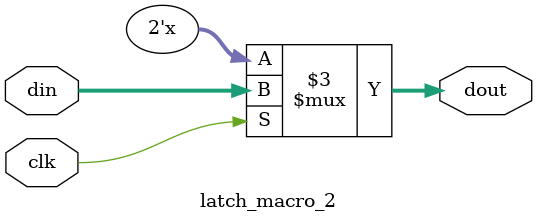
<source format=v>
module latch_macro_2 (
  din, 
  clk, 
  dout); 

input	[ 1 : 0] din;
input			      clk;
output	[ 1 : 0] dout;

reg     [ 1 : 0] dout;

always @ (din or clk)
	if (clk)
	 	dout[1 : 0] = din[1 : 0];

endmodule


</source>
